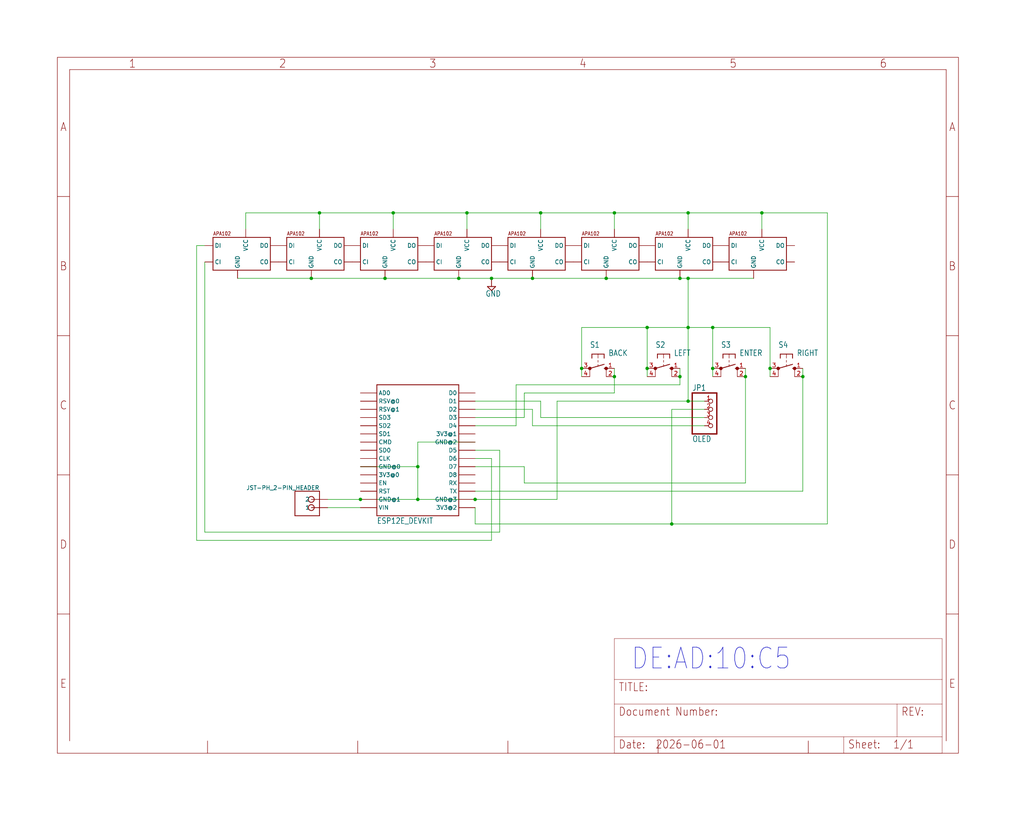
<source format=kicad_sch>
(kicad_sch (version 20231120) (generator "eeschema") (generator_version "8.0")
  (paper "User" 317.5 254.127)
  (lib_symbols
    (symbol "nola8-eagle-import:10-XX"
      (property "Reference" "S" (at -6.35 -2.54 90))
      (symbol "10-XX_1_0"
        (circle (center 0 -2.54) (radius 0.127) (stroke (width 0.4064)))
        (polyline (pts (xy -4.445 -1.905) (xy -3.175 -1.905)) (stroke (width 0.254)))
        (polyline (pts (xy -4.445 0) (xy -4.445 -1.905)) (stroke (width 0.254)))
        (polyline (pts (xy -4.445 0) (xy -3.175 0)) (stroke (width 0.1524)))
        (polyline (pts (xy -4.445 1.905) (xy -4.445 0)) (stroke (width 0.254)))
        (polyline (pts (xy -4.445 1.905) (xy -3.175 1.905)) (stroke (width 0.254)))
        (polyline (pts (xy -2.54 0) (xy -1.905 0)) (stroke (width 0.1524)))
        (polyline (pts (xy -1.27 0) (xy -0.635 0)) (stroke (width 0.1524)))
        (polyline (pts (xy 0 -2.54) (xy -1.27 1.905)) (stroke (width 0.254)))
        (polyline (pts (xy 0 1.905) (xy 0 2.54)) (stroke (width 0.254)))
        (polyline (pts (xy 2.54 -2.54) (xy 0 -2.54)) (stroke (width 0.1524)))
        (polyline (pts (xy 2.54 2.54) (xy 0 2.54)) (stroke (width 0.1524)))
        (circle (center 0 2.54) (radius 0.127) (stroke (width 0.4064)))
        (pin passive line (at 0 5.08 270) (length 2.54) (name "S") (number "1"))
        (pin passive line (at 2.54 5.08 270) (length 2.54) (name "S1") (number "2"))
        (pin passive line (at 0 -5.08 90) (length 2.54) (name "P") (number "3"))
        (pin passive line (at 2.54 -5.08 90) (length 2.54) (name "P1") (number "4"))
      )
    )
    (symbol "nola8-eagle-import:APA1025050"
      (symbol "APA1025050_1_0"
        (polyline (pts (xy -10.16 -2.54) (xy 7.62 -2.54)) (stroke (width 0.254)))
        (polyline (pts (xy -10.16 7.62) (xy -10.16 -2.54)) (stroke (width 0.254)))
        (polyline (pts (xy 7.62 -2.54) (xy 7.62 7.62)) (stroke (width 0.254)))
        (polyline (pts (xy 7.62 7.62) (xy -10.16 7.62)) (stroke (width 0.254)))
        (text "APA102" (at -10.16 8.128 0) (effects (font (size 1.143 0.9715)) (justify left bottom)))
        (pin bidirectional line (at 0 10.16 270) (length 2.54) (name "VCC") (number "1"))
        (pin bidirectional line (at 10.16 0 180) (length 2.54) (name "CO") (number "2"))
        (pin bidirectional line (at 10.16 5.08 180) (length 2.54) (name "DO") (number "3"))
        (pin bidirectional line (at -12.7 5.08 0) (length 2.54) (name "DI") (number "4"))
        (pin bidirectional line (at -12.7 0 0) (length 2.54) (name "CI") (number "5"))
        (pin bidirectional line (at -2.54 -5.08 90) (length 2.54) (name "GND") (number "6"))
      )
    )
    (symbol "nola8-eagle-import:ESP12E_DEVKIT"
      (symbol "ESP12E_DEVKIT_1_0"
        (polyline (pts (xy -12.7 -20.32) (xy 12.7 -20.32)) (stroke (width 0.254)))
        (polyline (pts (xy -12.7 20.32) (xy -12.7 -20.32)) (stroke (width 0.254)))
        (polyline (pts (xy 12.7 -20.32) (xy 12.7 20.32)) (stroke (width 0.254)))
        (polyline (pts (xy 12.7 20.32) (xy -12.7 20.32)) (stroke (width 0.254)))
        (pin bidirectional line (at -17.78 -7.62 0) (length 5.08) (name "3V3@0") (number "3V3@0"))
        (pin bidirectional line (at 17.78 5.08 180) (length 5.08) (name "3V3@1") (number "3V3@1"))
        (pin bidirectional line (at 17.78 -17.78 180) (length 5.08) (name "3V3@2") (number "3V3@2"))
        (pin bidirectional line (at -17.78 17.78 0) (length 5.08) (name "AD0") (number "AD0"))
        (pin bidirectional line (at -17.78 -2.54 0) (length 5.08) (name "CLK") (number "CLK"))
        (pin bidirectional line (at -17.78 2.54 0) (length 5.08) (name "CMD") (number "CMD"))
        (pin bidirectional line (at 17.78 17.78 180) (length 5.08) (name "D0") (number "D0"))
        (pin bidirectional line (at 17.78 15.24 180) (length 5.08) (name "D1") (number "D1"))
        (pin bidirectional line (at 17.78 12.7 180) (length 5.08) (name "D2") (number "D2"))
        (pin bidirectional line (at 17.78 10.16 180) (length 5.08) (name "D3") (number "D3"))
        (pin bidirectional line (at 17.78 7.62 180) (length 5.08) (name "D4") (number "D4"))
        (pin bidirectional line (at 17.78 0 180) (length 5.08) (name "D5") (number "D5"))
        (pin bidirectional line (at 17.78 -2.54 180) (length 5.08) (name "D6") (number "D6"))
        (pin bidirectional line (at 17.78 -5.08 180) (length 5.08) (name "D7") (number "D7"))
        (pin bidirectional line (at 17.78 -7.62 180) (length 5.08) (name "D8") (number "D8"))
        (pin bidirectional line (at -17.78 -10.16 0) (length 5.08) (name "EN") (number "EN"))
        (pin bidirectional line (at -17.78 -5.08 0) (length 5.08) (name "GND@0") (number "GND@0"))
        (pin bidirectional line (at -17.78 -15.24 0) (length 5.08) (name "GND@1") (number "GND@1"))
        (pin bidirectional line (at 17.78 2.54 180) (length 5.08) (name "GND@2") (number "GND@2"))
        (pin bidirectional line (at 17.78 -15.24 180) (length 5.08) (name "GND@3") (number "GND@3"))
        (pin bidirectional line (at -17.78 -12.7 0) (length 5.08) (name "RST") (number "RST"))
        (pin bidirectional line (at -17.78 15.24 0) (length 5.08) (name "RSV@0") (number "RSV@0"))
        (pin bidirectional line (at -17.78 12.7 0) (length 5.08) (name "RSV@1") (number "RSV@1"))
        (pin bidirectional line (at 17.78 -10.16 180) (length 5.08) (name "RX") (number "RX"))
        (pin bidirectional line (at -17.78 0 0) (length 5.08) (name "SD0") (number "SD0"))
        (pin bidirectional line (at -17.78 5.08 0) (length 5.08) (name "SD1") (number "SD1"))
        (pin bidirectional line (at -17.78 7.62 0) (length 5.08) (name "SD2") (number "SD2"))
        (pin bidirectional line (at -17.78 10.16 0) (length 5.08) (name "SD3") (number "SD3"))
        (pin bidirectional line (at 17.78 -12.7 180) (length 5.08) (name "TX") (number "TX"))
        (pin bidirectional line (at -17.78 -17.78 0) (length 5.08) (name "VIN") (number "VIN"))
      )
    )
    (symbol "nola8-eagle-import:FRAME_A_L"
      (symbol "FRAME_A_L_1_0"
        (polyline (pts (xy 0 43.18) (xy 3.81 43.18)))
        (polyline (pts (xy 0 86.36) (xy 3.81 86.36)))
        (polyline (pts (xy 0 129.54) (xy 3.81 129.54)))
        (polyline (pts (xy 0 172.72) (xy 3.81 172.72)))
        (polyline (pts (xy 3.81 3.81) (xy 3.81 212.09)))
        (polyline (pts (xy 46.5667 0) (xy 46.5667 3.81)))
        (polyline (pts (xy 93.1333 0) (xy 93.1333 3.81)))
        (polyline (pts (xy 139.7 0) (xy 139.7 3.81)))
        (polyline (pts (xy 186.2667 0) (xy 186.2667 3.81)))
        (polyline (pts (xy 232.8333 0) (xy 232.8333 3.81)))
        (polyline (pts (xy 275.59 3.81) (xy 275.59 212.09)))
        (polyline (pts (xy 275.59 43.18) (xy 279.4 43.18)))
        (polyline (pts (xy 275.59 86.36) (xy 279.4 86.36)))
        (polyline (pts (xy 275.59 129.54) (xy 279.4 129.54)))
        (polyline (pts (xy 275.59 172.72) (xy 279.4 172.72)))
        (polyline (pts (xy 275.59 212.09) (xy 3.81 212.09)))
        (polyline (pts (xy 0 0) (xy 279.4 0) (xy 279.4 215.9) (xy 0 215.9) (xy 0 0)))
        (text "1" (at 23.2833 213.995 0) (effects (font (size 2.54 2.286))))
        (text "2" (at 69.85 213.995 0) (effects (font (size 2.54 2.286))))
        (text "3" (at 116.4167 213.995 0) (effects (font (size 2.54 2.286))))
        (text "4" (at 162.9833 213.995 0) (effects (font (size 2.54 2.286))))
        (text "5" (at 209.55 213.995 0) (effects (font (size 2.54 2.286))))
        (text "6" (at 256.1167 213.995 0) (effects (font (size 2.54 2.286))))
        (text "A" (at 1.905 194.31 0) (effects (font (size 2.54 2.286))))
        (text "A" (at 277.495 194.31 0) (effects (font (size 2.54 2.286))))
        (text "B" (at 1.905 151.13 0) (effects (font (size 2.54 2.286))))
        (text "B" (at 277.495 151.13 0) (effects (font (size 2.54 2.286))))
        (text "C" (at 1.905 107.95 0) (effects (font (size 2.54 2.286))))
        (text "C" (at 277.495 107.95 0) (effects (font (size 2.54 2.286))))
        (text "D" (at 1.905 64.77 0) (effects (font (size 2.54 2.286))))
        (text "D" (at 277.495 64.77 0) (effects (font (size 2.54 2.286))))
        (text "E" (at 1.905 21.59 0) (effects (font (size 2.54 2.286))))
        (text "E" (at 277.495 21.59 0) (effects (font (size 2.54 2.286))))
      )
      (symbol "FRAME_A_L_2_0"
        (polyline (pts (xy 0 0) (xy 0 5.08)) (stroke (width 0.1016)))
        (polyline (pts (xy 0 0) (xy 71.12 0)) (stroke (width 0.1016)))
        (polyline (pts (xy 0 5.08) (xy 0 15.24)) (stroke (width 0.1016)))
        (polyline (pts (xy 0 5.08) (xy 71.12 5.08)) (stroke (width 0.1016)))
        (polyline (pts (xy 0 15.24) (xy 0 22.86)) (stroke (width 0.1016)))
        (polyline (pts (xy 0 22.86) (xy 0 35.56)) (stroke (width 0.1016)))
        (polyline (pts (xy 0 22.86) (xy 101.6 22.86)) (stroke (width 0.1016)))
        (polyline (pts (xy 71.12 0) (xy 101.6 0)) (stroke (width 0.1016)))
        (polyline (pts (xy 71.12 5.08) (xy 71.12 0)) (stroke (width 0.1016)))
        (polyline (pts (xy 71.12 5.08) (xy 87.63 5.08)) (stroke (width 0.1016)))
        (polyline (pts (xy 87.63 5.08) (xy 101.6 5.08)) (stroke (width 0.1016)))
        (polyline (pts (xy 87.63 15.24) (xy 0 15.24)) (stroke (width 0.1016)))
        (polyline (pts (xy 87.63 15.24) (xy 87.63 5.08)) (stroke (width 0.1016)))
        (polyline (pts (xy 101.6 5.08) (xy 101.6 0)) (stroke (width 0.1016)))
        (polyline (pts (xy 101.6 15.24) (xy 87.63 15.24)) (stroke (width 0.1016)))
        (polyline (pts (xy 101.6 15.24) (xy 101.6 5.08)) (stroke (width 0.1016)))
        (polyline (pts (xy 101.6 22.86) (xy 101.6 15.24)) (stroke (width 0.1016)))
        (polyline (pts (xy 101.6 35.56) (xy 0 35.56)) (stroke (width 0.1016)))
        (polyline (pts (xy 101.6 35.56) (xy 101.6 22.86)) (stroke (width 0.1016)))
        (text "${#}/${##}" (at 86.36 1.27 0) (effects (font (size 2.54 2.159)) (justify left bottom)))
        (text "${CURRENT_DATE}" (at 12.7 1.27 0) (effects (font (size 2.54 2.159)) (justify left bottom)))
        (text "${PROJECTNAME}" (at 17.78 19.05 0) (effects (font (size 2.54 2.159)) (justify left bottom)))
        (text "Date:" (at 1.27 1.27 0) (effects (font (size 2.54 2.159)) (justify left bottom)))
        (text "Document Number:" (at 1.27 11.43 0) (effects (font (size 2.54 2.159)) (justify left bottom)))
        (text "REV:" (at 88.9 11.43 0) (effects (font (size 2.54 2.159)) (justify left bottom)))
        (text "Sheet:" (at 72.39 1.27 0) (effects (font (size 2.54 2.159)) (justify left bottom)))
        (text "TITLE:" (at 1.27 19.05 0) (effects (font (size 2.54 2.159)) (justify left bottom)))
      )
    )
    (symbol "nola8-eagle-import:GND" (power)
      (symbol "GND_1_0"
        (polyline (pts (xy -1.27 0) (xy 1.27 0)) (stroke (width 0.254)))
        (polyline (pts (xy 0 -1.27) (xy -1.27 0)) (stroke (width 0.254)))
        (polyline (pts (xy 1.27 0) (xy 0 -1.27)) (stroke (width 0.254)))
        (pin power_in line (at 0 2.54 270) (length 2.54) (name "GND") (number "1"))
      )
    )
    (symbol "nola8-eagle-import:JST-PH_2-PIN_HEADER"
      (symbol "JST-PH_2-PIN_HEADER_1_0"
        (circle (center -2.54 0) (radius 0.9158) (stroke (width 0.254)))
        (circle (center -2.54 2.54) (radius 0.9158) (stroke (width 0.254)))
        (polyline (pts (xy -5.08 -2.54) (xy -5.08 5.08)) (stroke (width 0.254)))
        (polyline (pts (xy -5.08 5.08) (xy 2.54 5.08)) (stroke (width 0.254)))
        (polyline (pts (xy 2.54 -2.54) (xy -5.08 -2.54)) (stroke (width 0.254)))
        (polyline (pts (xy 2.54 5.08) (xy 2.54 -2.54)) (stroke (width 0.254)))
        (pin bidirectional line (at -7.62 2.54 0) (length 5.08) (name "1") (number "P1"))
        (pin bidirectional line (at -7.62 0 0) (length 5.08) (name "2") (number "P2"))
      )
    )
    (symbol "nola8-eagle-import:PINHD-1X4"
      (property "Reference" "JP" (at -6.35 8.255 0))
      (symbol "PINHD-1X4_1_0"
        (polyline (pts (xy -6.35 -5.08) (xy 1.27 -5.08)) (stroke (width 0.4064)))
        (polyline (pts (xy -6.35 7.62) (xy -6.35 -5.08)) (stroke (width 0.4064)))
        (polyline (pts (xy 1.27 -5.08) (xy 1.27 7.62)) (stroke (width 0.4064)))
        (polyline (pts (xy 1.27 7.62) (xy -6.35 7.62)) (stroke (width 0.4064)))
        (pin passive inverted (at -2.54 5.08 0) (length 2.54) (name "1") (number "1"))
        (pin passive inverted (at -2.54 2.54 0) (length 2.54) (name "2") (number "2"))
        (pin passive inverted (at -2.54 0 0) (length 2.54) (name "3") (number "3"))
        (pin passive inverted (at -2.54 -2.54 0) (length 2.54) (name "4") (number "4"))
      )
    )
  )
  (junction (at 144.78 66.04))
  (junction (at 210.82 116.84))
  (junction (at 152.4 86.36))
  (junction (at 187.96 86.36))
  (junction (at 121.92 66.04))
  (junction (at 210.82 86.36))
  (junction (at 238.76 114.3))
  (junction (at 213.36 124.46))
  (junction (at 200.66 101.6))
  (junction (at 190.5 66.04))
  (junction (at 220.98 101.6))
  (junction (at 96.52 86.36))
  (junction (at 190.5 116.84))
  (junction (at 129.54 154.94))
  (junction (at 248.92 116.84))
  (junction (at 142.24 86.36))
  (junction (at 236.22 66.04))
  (junction (at 213.36 101.6))
  (junction (at 147.32 154.94))
  (junction (at 119.38 86.36))
  (junction (at 111.76 154.94))
  (junction (at 208.28 162.56))
  (junction (at 129.54 144.78))
  (junction (at 165.1 86.36))
  (junction (at 99.06 66.04))
  (junction (at 213.36 86.36))
  (junction (at 200.66 114.3))
  (junction (at 167.64 66.04))
  (junction (at 213.36 66.04))
  (junction (at 220.98 114.3))
  (junction (at 180.34 114.3))
  (junction (at 231.14 116.84))
  (wire (pts (xy 165.1 86.36) (xy 187.96 86.36)) (stroke (width 0.1524)))
  (wire (pts (xy 248.92 152.4) (xy 248.92 116.84)) (stroke (width 0.1524)))
  (wire (pts (xy 200.66 114.3) (xy 200.66 101.6)) (stroke (width 0.1524)))
  (wire (pts (xy 213.36 101.6) (xy 213.36 86.36)) (stroke (width 0.1524)))
  (wire (pts (xy 220.98 114.3) (xy 220.98 101.6)) (stroke (width 0.1524)))
  (wire (pts (xy 152.4 142.24) (xy 152.4 167.64)) (stroke (width 0.1524)))
  (wire (pts (xy 96.52 86.36) (xy 119.38 86.36)) (stroke (width 0.1524)))
  (wire (pts (xy 218.44 132.08) (xy 165.1 132.08)) (stroke (width 0.1524)))
  (wire (pts (xy 160.02 132.08) (xy 160.02 119.38)) (stroke (width 0.1524)))
  (wire (pts (xy 147.32 127) (xy 165.1 127)) (stroke (width 0.1524)))
  (wire (pts (xy 162.56 129.54) (xy 162.56 121.92)) (stroke (width 0.1524)))
  (wire (pts (xy 187.96 86.36) (xy 210.82 86.36)) (stroke (width 0.1524)))
  (wire (pts (xy 142.24 86.36) (xy 152.4 86.36)) (stroke (width 0.1524)))
  (wire (pts (xy 160.02 119.38) (xy 210.82 119.38)) (stroke (width 0.1524)))
  (wire (pts (xy 147.32 142.24) (xy 152.4 142.24)) (stroke (width 0.1524)))
  (wire (pts (xy 144.78 66.04) (xy 167.64 66.04)) (stroke (width 0.1524)))
  (wire (pts (xy 167.64 66.04) (xy 190.5 66.04)) (stroke (width 0.1524)))
  (wire (pts (xy 162.56 149.86) (xy 231.14 149.86)) (stroke (width 0.1524)))
  (wire (pts (xy 101.6 157.48) (xy 111.76 157.48)) (stroke (width 0.1524)))
  (wire (pts (xy 147.32 152.4) (xy 248.92 152.4)) (stroke (width 0.1524)))
  (wire (pts (xy 190.5 116.84) (xy 190.5 114.3)) (stroke (width 0.1524)))
  (wire (pts (xy 167.64 129.54) (xy 167.64 124.46)) (stroke (width 0.1524)))
  (wire (pts (xy 60.96 76.2) (xy 63.5 76.2)) (stroke (width 0.1524)))
  (wire (pts (xy 121.92 66.04) (xy 121.92 71.12)) (stroke (width 0.1524)))
  (wire (pts (xy 190.5 66.04) (xy 213.36 66.04)) (stroke (width 0.1524)))
  (wire (pts (xy 200.66 101.6) (xy 180.34 101.6)) (stroke (width 0.1524)))
  (wire (pts (xy 180.34 114.3) (xy 180.34 101.6)) (stroke (width 0.1524)))
  (wire (pts (xy 213.36 66.04) (xy 236.22 66.04)) (stroke (width 0.1524)))
  (wire (pts (xy 200.66 116.84) (xy 200.66 114.3)) (stroke (width 0.1524)))
  (wire (pts (xy 111.76 154.94) (xy 129.54 154.94)) (stroke (width 0.1524)))
  (wire (pts (xy 238.76 116.84) (xy 238.76 114.3)) (stroke (width 0.1524)))
  (wire (pts (xy 172.72 154.94) (xy 147.32 154.94)) (stroke (width 0.1524)))
  (wire (pts (xy 76.2 66.04) (xy 99.06 66.04)) (stroke (width 0.1524)))
  (wire (pts (xy 147.32 139.7) (xy 154.94 139.7)) (stroke (width 0.1524)))
  (wire (pts (xy 147.32 162.56) (xy 147.32 157.48)) (stroke (width 0.1524)))
  (wire (pts (xy 73.66 86.36) (xy 96.52 86.36)) (stroke (width 0.1524)))
  (wire (pts (xy 218.44 127) (xy 208.28 127)) (stroke (width 0.1524)))
  (wire (pts (xy 190.5 66.04) (xy 190.5 71.12)) (stroke (width 0.1524)))
  (wire (pts (xy 213.36 124.46) (xy 213.36 101.6)) (stroke (width 0.1524)))
  (wire (pts (xy 162.56 121.92) (xy 190.5 121.92)) (stroke (width 0.1524)))
  (wire (pts (xy 208.28 162.56) (xy 147.32 162.56)) (stroke (width 0.1524)))
  (wire (pts (xy 60.96 167.64) (xy 60.96 76.2)) (stroke (width 0.1524)))
  (wire (pts (xy 152.4 86.36) (xy 165.1 86.36)) (stroke (width 0.1524)))
  (wire (pts (xy 220.98 101.6) (xy 213.36 101.6)) (stroke (width 0.1524)))
  (wire (pts (xy 162.56 144.78) (xy 162.56 149.86)) (stroke (width 0.1524)))
  (wire (pts (xy 121.92 66.04) (xy 144.78 66.04)) (stroke (width 0.1524)))
  (wire (pts (xy 248.92 116.84) (xy 248.92 114.3)) (stroke (width 0.1524)))
  (wire (pts (xy 152.4 167.64) (xy 60.96 167.64)) (stroke (width 0.1524)))
  (wire (pts (xy 220.98 116.84) (xy 220.98 114.3)) (stroke (width 0.1524)))
  (wire (pts (xy 111.76 144.78) (xy 129.54 144.78)) (stroke (width 0.1524)))
  (wire (pts (xy 129.54 154.94) (xy 147.32 154.94)) (stroke (width 0.1524)))
  (wire (pts (xy 210.82 116.84) (xy 210.82 114.3)) (stroke (width 0.1524)))
  (wire (pts (xy 101.6 154.94) (xy 111.76 154.94)) (stroke (width 0.1524)))
  (wire (pts (xy 147.32 124.46) (xy 167.64 124.46)) (stroke (width 0.1524)))
  (wire (pts (xy 76.2 66.04) (xy 76.2 71.12)) (stroke (width 0.1524)))
  (wire (pts (xy 218.44 129.54) (xy 167.64 129.54)) (stroke (width 0.1524)))
  (wire (pts (xy 154.94 139.7) (xy 154.94 165.1)) (stroke (width 0.1524)))
  (wire (pts (xy 208.28 127) (xy 208.28 162.56)) (stroke (width 0.1524)))
  (wire (pts (xy 231.14 149.86) (xy 231.14 116.84)) (stroke (width 0.1524)))
  (wire (pts (xy 154.94 165.1) (xy 63.5 165.1)) (stroke (width 0.1524)))
  (wire (pts (xy 167.64 66.04) (xy 167.64 71.12)) (stroke (width 0.1524)))
  (wire (pts (xy 99.06 66.04) (xy 99.06 71.12)) (stroke (width 0.1524)))
  (wire (pts (xy 144.78 66.04) (xy 144.78 71.12)) (stroke (width 0.1524)))
  (wire (pts (xy 172.72 154.94) (xy 172.72 124.46)) (stroke (width 0.1524)))
  (wire (pts (xy 210.82 86.36) (xy 213.36 86.36)) (stroke (width 0.1524)))
  (wire (pts (xy 147.32 144.78) (xy 162.56 144.78)) (stroke (width 0.1524)))
  (wire (pts (xy 256.54 162.56) (xy 208.28 162.56)) (stroke (width 0.1524)))
  (wire (pts (xy 236.22 66.04) (xy 256.54 66.04)) (stroke (width 0.1524)))
  (wire (pts (xy 238.76 114.3) (xy 238.76 101.6)) (stroke (width 0.1524)))
  (wire (pts (xy 210.82 119.38) (xy 210.82 116.84)) (stroke (width 0.1524)))
  (wire (pts (xy 190.5 121.92) (xy 190.5 116.84)) (stroke (width 0.1524)))
  (wire (pts (xy 129.54 137.16) (xy 129.54 144.78)) (stroke (width 0.1524)))
  (wire (pts (xy 238.76 101.6) (xy 220.98 101.6)) (stroke (width 0.1524)))
  (wire (pts (xy 147.32 132.08) (xy 160.02 132.08)) (stroke (width 0.1524)))
  (wire (pts (xy 213.36 86.36) (xy 233.68 86.36)) (stroke (width 0.1524)))
  (wire (pts (xy 165.1 132.08) (xy 165.1 127)) (stroke (width 0.1524)))
  (wire (pts (xy 63.5 81.28) (xy 63.5 165.1)) (stroke (width 0.1524)))
  (wire (pts (xy 213.36 124.46) (xy 172.72 124.46)) (stroke (width 0.1524)))
  (wire (pts (xy 231.14 116.84) (xy 231.14 114.3)) (stroke (width 0.1524)))
  (wire (pts (xy 129.54 137.16) (xy 147.32 137.16)) (stroke (width 0.1524)))
  (wire (pts (xy 147.32 129.54) (xy 162.56 129.54)) (stroke (width 0.1524)))
  (wire (pts (xy 213.36 66.04) (xy 213.36 71.12)) (stroke (width 0.1524)))
  (wire (pts (xy 218.44 124.46) (xy 213.36 124.46)) (stroke (width 0.1524)))
  (wire (pts (xy 129.54 154.94) (xy 129.54 144.78)) (stroke (width 0.1524)))
  (wire (pts (xy 99.06 66.04) (xy 121.92 66.04)) (stroke (width 0.1524)))
  (wire (pts (xy 256.54 66.04) (xy 256.54 162.56)) (stroke (width 0.1524)))
  (wire (pts (xy 236.22 66.04) (xy 236.22 71.12)) (stroke (width 0.1524)))
  (wire (pts (xy 180.34 116.84) (xy 180.34 114.3)) (stroke (width 0.1524)))
  (wire (pts (xy 213.36 101.6) (xy 200.66 101.6)) (stroke (width 0.1524)))
  (wire (pts (xy 119.38 86.36) (xy 142.24 86.36)) (stroke (width 0.1524)))
  (text "DE:AD:10:C5" (at 195.58 208.28 0) (effects (font (size 6.4516 5.4838)) (justify left bottom)))
  (symbol (lib_id "nola8-eagle-import:10-XX") (at 185.42 114.3 270) (unit 1)
    (property "Reference" "S1" (at 182.88 107.95 90) (effects (font (size 1.778 1.5113)) (justify left bottom)))
    (property "Value" "BACK" (at 188.595 110.49 90) (effects (font (size 1.778 1.5113)) (justify left bottom)))
    (property "Footprint" "nola8:B3F-10XX" (effects (hide yes)))
  )
  (symbol (lib_id "nola8-eagle-import:APA1025050") (at 236.22 81.28 0) (unit 1)
    (property "Reference" "LED8" (effects (hide yes)))
    (property "Value" "APA1025050" (effects (hide yes)))
    (property "Footprint" "nola8:APA102_5050" (effects (hide yes)))
  )
  (symbol (lib_id "nola8-eagle-import:APA1025050") (at 167.64 81.28 0) (unit 1)
    (property "Reference" "LED5" (effects (hide yes)))
    (property "Value" "APA1025050" (effects (hide yes)))
    (property "Footprint" "nola8:APA102_5050" (effects (hide yes)))
  )
  (symbol (lib_id "nola8-eagle-import:PINHD-1X4") (at 220.98 129.54 0) (unit 1)
    (property "Reference" "JP1" (at 214.63 121.285 0) (effects (font (size 1.778 1.5113)) (justify left bottom)))
    (property "Value" "OLED" (at 214.63 137.16 0) (effects (font (size 1.778 1.5113)) (justify left bottom)))
    (property "Footprint" "nola8:1X04" (effects (hide yes)))
  )
  (symbol (lib_id "nola8-eagle-import:10-XX") (at 226.06 114.3 270) (unit 1)
    (property "Reference" "S3" (at 223.52 107.95 90) (effects (font (size 1.778 1.5113)) (justify left bottom)))
    (property "Value" "ENTER" (at 229.235 110.49 90) (effects (font (size 1.778 1.5113)) (justify left bottom)))
    (property "Footprint" "nola8:B3F-10XX" (effects (hide yes)))
  )
  (symbol (lib_id "nola8-eagle-import:10-XX") (at 243.84 114.3 270) (unit 1)
    (property "Reference" "S4" (at 241.3 107.95 90) (effects (font (size 1.778 1.5113)) (justify left bottom)))
    (property "Value" "RIGHT" (at 247.015 110.49 90) (effects (font (size 1.778 1.5113)) (justify left bottom)))
    (property "Footprint" "nola8:B3F-10XX" (effects (hide yes)))
  )
  (symbol (lib_id "nola8-eagle-import:ESP12E_DEVKIT") (at 129.54 139.7 0) (unit 1)
    (property "Reference" "ESP12E0" (effects (hide yes)))
    (property "Value" "ESP12E_DEVKIT" (at 116.84 162.56 0) (effects (font (size 1.778 1.5113)) (justify left bottom)))
    (property "Footprint" "nola8:ESP12E_DEVKIT" (effects (hide yes)))
  )
  (symbol (lib_id "nola8-eagle-import:APA1025050") (at 190.5 81.28 0) (unit 1)
    (property "Reference" "LED6" (effects (hide yes)))
    (property "Value" "APA1025050" (effects (hide yes)))
    (property "Footprint" "nola8:APA102_5050" (effects (hide yes)))
  )
  (symbol (lib_id "nola8-eagle-import:APA1025050") (at 121.92 81.28 0) (unit 1)
    (property "Reference" "LED3" (effects (hide yes)))
    (property "Value" "APA1025050" (effects (hide yes)))
    (property "Footprint" "nola8:APA102_5050" (effects (hide yes)))
  )
  (symbol (lib_id "nola8-eagle-import:APA1025050") (at 99.06 81.28 0) (unit 1)
    (property "Reference" "LED2" (effects (hide yes)))
    (property "Value" "APA1025050" (effects (hide yes)))
    (property "Footprint" "nola8:APA102_5050" (effects (hide yes)))
  )
  (symbol (lib_id "nola8-eagle-import:GND") (at 152.4 88.9 0) (unit 1)
    (property "Reference" "#SUPPLY1" (effects (hide yes)))
    (property "Value" "GND" (at 150.495 92.075 0) (effects (font (size 1.778 1.5113)) (justify left bottom)))
  )
  (symbol (lib_id "nola8-eagle-import:APA1025050") (at 213.36 81.28 0) (unit 1)
    (property "Reference" "LED7" (effects (hide yes)))
    (property "Value" "APA1025050" (effects (hide yes)))
    (property "Footprint" "nola8:APA102_5050" (effects (hide yes)))
  )
  (symbol (lib_id "nola8-eagle-import:10-XX") (at 205.74 114.3 270) (unit 1)
    (property "Reference" "S2" (at 203.2 107.95 90) (effects (font (size 1.778 1.5113)) (justify left bottom)))
    (property "Value" "LEFT" (at 208.915 110.49 90) (effects (font (size 1.778 1.5113)) (justify left bottom)))
    (property "Footprint" "nola8:B3F-10XX" (effects (hide yes)))
  )
  (symbol (lib_id "nola8-eagle-import:APA1025050") (at 144.78 81.28 0) (unit 1)
    (property "Reference" "LED4" (effects (hide yes)))
    (property "Value" "APA1025050" (effects (hide yes)))
    (property "Footprint" "nola8:APA102_5050" (effects (hide yes)))
  )
  (symbol (lib_id "nola8-eagle-import:FRAME_A_L") (at 190.5 233.68 0) (unit 2)
    (property "Reference" "#FRAME1" (effects (hide yes)))
    (property "Value" "@nola_con 2018" (effects (hide yes)))
  )
  (symbol (lib_id "nola8-eagle-import:JST-PH_2-PIN_HEADER") (at 93.98 154.94 180) (unit 1)
    (property "Reference" "PWR0" (effects (hide yes)))
    (property "Value" "JST-PH_2-PIN_HEADER" (at 99.06 150.622 0) (effects (justify left bottom)))
    (property "Footprint" "nola8:JST_B2B-PH_HEADER" (effects (hide yes)))
  )
  (symbol (lib_id "nola8-eagle-import:APA1025050") (at 76.2 81.28 0) (unit 1)
    (property "Reference" "LED1" (effects (hide yes)))
    (property "Value" "APA1025050" (effects (hide yes)))
    (property "Footprint" "nola8:APA102_5050" (effects (hide yes)))
  )
  (symbol (lib_id "nola8-eagle-import:FRAME_A_L") (at 17.78 233.68 0) (unit 1)
    (property "Reference" "#FRAME1" (effects (hide yes)))
    (property "Value" "@nola_con 2018" (effects (hide yes)))
  )
)
</source>
